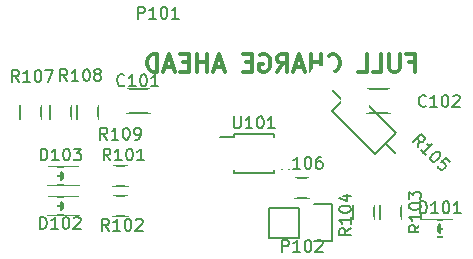
<source format=gbr>
G04 #@! TF.FileFunction,Legend,Top*
%FSLAX46Y46*%
G04 Gerber Fmt 4.6, Leading zero omitted, Abs format (unit mm)*
G04 Created by KiCad (PCBNEW 4.0.2-4+6225~38~ubuntu14.04.1-stable) date Sat 05 Mar 2016 02:02:49 PM PST*
%MOMM*%
G01*
G04 APERTURE LIST*
%ADD10C,0.100000*%
%ADD11C,0.304800*%
%ADD12C,0.150000*%
%ADD13R,1.800000X2.000000*%
%ADD14R,0.800000X1.750000*%
%ADD15R,2.300000X2.300000*%
%ADD16C,2.000000*%
%ADD17R,2.400000X2.000000*%
%ADD18R,1.598880X1.598880*%
%ADD19R,1.900000X1.700000*%
%ADD20R,1.700000X1.900000*%
%ADD21R,1.800000X0.700000*%
%ADD22R,2.432000X2.432000*%
%ADD23O,2.432000X2.432000*%
%ADD24R,1.900000X1.900000*%
%ADD25O,1.900000X1.900000*%
%ADD26C,2.398980*%
G04 APERTURE END LIST*
D10*
D11*
X170455614Y-84355857D02*
X170955614Y-84355857D01*
X170955614Y-85141571D02*
X170955614Y-83641571D01*
X170241328Y-83641571D01*
X169669900Y-83641571D02*
X169669900Y-84855857D01*
X169598472Y-84998714D01*
X169527043Y-85070143D01*
X169384186Y-85141571D01*
X169098472Y-85141571D01*
X168955614Y-85070143D01*
X168884186Y-84998714D01*
X168812757Y-84855857D01*
X168812757Y-83641571D01*
X167384185Y-85141571D02*
X168098471Y-85141571D01*
X168098471Y-83641571D01*
X166169899Y-85141571D02*
X166884185Y-85141571D01*
X166884185Y-83641571D01*
X163669899Y-84998714D02*
X163741328Y-85070143D01*
X163955614Y-85141571D01*
X164098471Y-85141571D01*
X164312756Y-85070143D01*
X164455614Y-84927286D01*
X164527042Y-84784429D01*
X164598471Y-84498714D01*
X164598471Y-84284429D01*
X164527042Y-83998714D01*
X164455614Y-83855857D01*
X164312756Y-83713000D01*
X164098471Y-83641571D01*
X163955614Y-83641571D01*
X163741328Y-83713000D01*
X163669899Y-83784429D01*
X163027042Y-85141571D02*
X163027042Y-83641571D01*
X163027042Y-84355857D02*
X162169899Y-84355857D01*
X162169899Y-85141571D02*
X162169899Y-83641571D01*
X161527042Y-84713000D02*
X160812756Y-84713000D01*
X161669899Y-85141571D02*
X161169899Y-83641571D01*
X160669899Y-85141571D01*
X159312756Y-85141571D02*
X159812756Y-84427286D01*
X160169899Y-85141571D02*
X160169899Y-83641571D01*
X159598471Y-83641571D01*
X159455613Y-83713000D01*
X159384185Y-83784429D01*
X159312756Y-83927286D01*
X159312756Y-84141571D01*
X159384185Y-84284429D01*
X159455613Y-84355857D01*
X159598471Y-84427286D01*
X160169899Y-84427286D01*
X157884185Y-83713000D02*
X158027042Y-83641571D01*
X158241328Y-83641571D01*
X158455613Y-83713000D01*
X158598471Y-83855857D01*
X158669899Y-83998714D01*
X158741328Y-84284429D01*
X158741328Y-84498714D01*
X158669899Y-84784429D01*
X158598471Y-84927286D01*
X158455613Y-85070143D01*
X158241328Y-85141571D01*
X158098471Y-85141571D01*
X157884185Y-85070143D01*
X157812756Y-84998714D01*
X157812756Y-84498714D01*
X158098471Y-84498714D01*
X157169899Y-84355857D02*
X156669899Y-84355857D01*
X156455613Y-85141571D02*
X157169899Y-85141571D01*
X157169899Y-83641571D01*
X156455613Y-83641571D01*
X154741328Y-84713000D02*
X154027042Y-84713000D01*
X154884185Y-85141571D02*
X154384185Y-83641571D01*
X153884185Y-85141571D01*
X153384185Y-85141571D02*
X153384185Y-83641571D01*
X153384185Y-84355857D02*
X152527042Y-84355857D01*
X152527042Y-85141571D02*
X152527042Y-83641571D01*
X151812756Y-84355857D02*
X151312756Y-84355857D01*
X151098470Y-85141571D02*
X151812756Y-85141571D01*
X151812756Y-83641571D01*
X151098470Y-83641571D01*
X150527042Y-84713000D02*
X149812756Y-84713000D01*
X150669899Y-85141571D02*
X150169899Y-83641571D01*
X149669899Y-85141571D01*
X149169899Y-85141571D02*
X149169899Y-83641571D01*
X148812756Y-83641571D01*
X148598471Y-83713000D01*
X148455613Y-83855857D01*
X148384185Y-83998714D01*
X148312756Y-84284429D01*
X148312756Y-84498714D01*
X148384185Y-84784429D01*
X148455613Y-84927286D01*
X148598471Y-85070143D01*
X148812756Y-85141571D01*
X149169899Y-85141571D01*
D12*
X148574000Y-86605000D02*
X146574000Y-86605000D01*
X146574000Y-88655000D02*
X148574000Y-88655000D01*
X166894000Y-88655000D02*
X168894000Y-88655000D01*
X168894000Y-86605000D02*
X166894000Y-86605000D01*
X171501000Y-99175000D02*
X174201000Y-99175000D01*
X171501000Y-97675000D02*
X174201000Y-97675000D01*
X173001000Y-98575000D02*
X173001000Y-98325000D01*
X173001000Y-98325000D02*
X172851000Y-98475000D01*
X172751000Y-98075000D02*
X172751000Y-98775000D01*
X173101000Y-98425000D02*
X173451000Y-98425000D01*
X172751000Y-98425000D02*
X173101000Y-98075000D01*
X173101000Y-98075000D02*
X173101000Y-98775000D01*
X173101000Y-98775000D02*
X172751000Y-98425000D01*
X142570000Y-95770000D02*
X139870000Y-95770000D01*
X142570000Y-97270000D02*
X139870000Y-97270000D01*
X141070000Y-96370000D02*
X141070000Y-96620000D01*
X141070000Y-96620000D02*
X141220000Y-96470000D01*
X141320000Y-96870000D02*
X141320000Y-96170000D01*
X140970000Y-96520000D02*
X140620000Y-96520000D01*
X141320000Y-96520000D02*
X140970000Y-96870000D01*
X140970000Y-96870000D02*
X140970000Y-96170000D01*
X140970000Y-96170000D02*
X141320000Y-96520000D01*
X142570000Y-93230000D02*
X139870000Y-93230000D01*
X142570000Y-94730000D02*
X139870000Y-94730000D01*
X141070000Y-93830000D02*
X141070000Y-94080000D01*
X141070000Y-94080000D02*
X141220000Y-93930000D01*
X141320000Y-94330000D02*
X141320000Y-93630000D01*
X140970000Y-93980000D02*
X140620000Y-93980000D01*
X141320000Y-93980000D02*
X140970000Y-94330000D01*
X140970000Y-94330000D02*
X140970000Y-93630000D01*
X140970000Y-93630000D02*
X141320000Y-93980000D01*
X145450000Y-93105000D02*
X146650000Y-93105000D01*
X146650000Y-94855000D02*
X145450000Y-94855000D01*
X145450000Y-95645000D02*
X146650000Y-95645000D01*
X146650000Y-97395000D02*
X145450000Y-97395000D01*
X168035000Y-97628000D02*
X168035000Y-96428000D01*
X169785000Y-96428000D02*
X169785000Y-97628000D01*
X165749000Y-97628000D02*
X165749000Y-96428000D01*
X167499000Y-96428000D02*
X167499000Y-97628000D01*
X162017000Y-95871000D02*
X160817000Y-95871000D01*
X160817000Y-94121000D02*
X162017000Y-94121000D01*
X139305000Y-87919000D02*
X139305000Y-89119000D01*
X137555000Y-89119000D02*
X137555000Y-87919000D01*
X141845000Y-87919000D02*
X141845000Y-89119000D01*
X140095000Y-89119000D02*
X140095000Y-87919000D01*
X144131000Y-87919000D02*
X144131000Y-89119000D01*
X142381000Y-89119000D02*
X142381000Y-87919000D01*
X155678000Y-90400000D02*
X155678000Y-90700000D01*
X159028000Y-90400000D02*
X159028000Y-90700000D01*
X159028000Y-93750000D02*
X159028000Y-93450000D01*
X155678000Y-93750000D02*
X155678000Y-93450000D01*
X155678000Y-90400000D02*
X159028000Y-90400000D01*
X155678000Y-93750000D02*
X159028000Y-93750000D01*
X155678000Y-90700000D02*
X154453000Y-90700000D01*
X161163000Y-99187000D02*
X158623000Y-99187000D01*
X163983000Y-99467000D02*
X162433000Y-99467000D01*
X161163000Y-99187000D02*
X161163000Y-96647000D01*
X162433000Y-96367000D02*
X163983000Y-96367000D01*
X163983000Y-96367000D02*
X163983000Y-99467000D01*
X161163000Y-96647000D02*
X158623000Y-96647000D01*
X158623000Y-96647000D02*
X158623000Y-99187000D01*
X165767577Y-86707226D02*
X169359679Y-90299328D01*
X169359679Y-90299328D02*
X167563628Y-92095379D01*
X167563628Y-92095379D02*
X163971526Y-88503277D01*
X163971526Y-88503277D02*
X165767577Y-86707226D01*
X164869551Y-87605251D02*
X163971526Y-86707226D01*
X168461654Y-91197354D02*
X169359679Y-92095379D01*
X147540024Y-80648181D02*
X147540024Y-79648181D01*
X147920977Y-79648181D01*
X148016215Y-79695800D01*
X148063834Y-79743419D01*
X148111453Y-79838657D01*
X148111453Y-79981514D01*
X148063834Y-80076752D01*
X148016215Y-80124371D01*
X147920977Y-80171990D01*
X147540024Y-80171990D01*
X149063834Y-80648181D02*
X148492405Y-80648181D01*
X148778119Y-80648181D02*
X148778119Y-79648181D01*
X148682881Y-79791038D01*
X148587643Y-79886276D01*
X148492405Y-79933895D01*
X149682881Y-79648181D02*
X149778120Y-79648181D01*
X149873358Y-79695800D01*
X149920977Y-79743419D01*
X149968596Y-79838657D01*
X150016215Y-80029133D01*
X150016215Y-80267229D01*
X149968596Y-80457705D01*
X149920977Y-80552943D01*
X149873358Y-80600562D01*
X149778120Y-80648181D01*
X149682881Y-80648181D01*
X149587643Y-80600562D01*
X149540024Y-80552943D01*
X149492405Y-80457705D01*
X149444786Y-80267229D01*
X149444786Y-80029133D01*
X149492405Y-79838657D01*
X149540024Y-79743419D01*
X149587643Y-79695800D01*
X149682881Y-79648181D01*
X150968596Y-80648181D02*
X150397167Y-80648181D01*
X150682881Y-80648181D02*
X150682881Y-79648181D01*
X150587643Y-79791038D01*
X150492405Y-79886276D01*
X150397167Y-79933895D01*
X146384253Y-86267943D02*
X146336634Y-86315562D01*
X146193777Y-86363181D01*
X146098539Y-86363181D01*
X145955681Y-86315562D01*
X145860443Y-86220324D01*
X145812824Y-86125086D01*
X145765205Y-85934610D01*
X145765205Y-85791752D01*
X145812824Y-85601276D01*
X145860443Y-85506038D01*
X145955681Y-85410800D01*
X146098539Y-85363181D01*
X146193777Y-85363181D01*
X146336634Y-85410800D01*
X146384253Y-85458419D01*
X147336634Y-86363181D02*
X146765205Y-86363181D01*
X147050919Y-86363181D02*
X147050919Y-85363181D01*
X146955681Y-85506038D01*
X146860443Y-85601276D01*
X146765205Y-85648895D01*
X147955681Y-85363181D02*
X148050920Y-85363181D01*
X148146158Y-85410800D01*
X148193777Y-85458419D01*
X148241396Y-85553657D01*
X148289015Y-85744133D01*
X148289015Y-85982229D01*
X148241396Y-86172705D01*
X148193777Y-86267943D01*
X148146158Y-86315562D01*
X148050920Y-86363181D01*
X147955681Y-86363181D01*
X147860443Y-86315562D01*
X147812824Y-86267943D01*
X147765205Y-86172705D01*
X147717586Y-85982229D01*
X147717586Y-85744133D01*
X147765205Y-85553657D01*
X147812824Y-85458419D01*
X147860443Y-85410800D01*
X147955681Y-85363181D01*
X149241396Y-86363181D02*
X148669967Y-86363181D01*
X148955681Y-86363181D02*
X148955681Y-85363181D01*
X148860443Y-85506038D01*
X148765205Y-85601276D01*
X148669967Y-85648895D01*
X171911253Y-88020543D02*
X171863634Y-88068162D01*
X171720777Y-88115781D01*
X171625539Y-88115781D01*
X171482681Y-88068162D01*
X171387443Y-87972924D01*
X171339824Y-87877686D01*
X171292205Y-87687210D01*
X171292205Y-87544352D01*
X171339824Y-87353876D01*
X171387443Y-87258638D01*
X171482681Y-87163400D01*
X171625539Y-87115781D01*
X171720777Y-87115781D01*
X171863634Y-87163400D01*
X171911253Y-87211019D01*
X172863634Y-88115781D02*
X172292205Y-88115781D01*
X172577919Y-88115781D02*
X172577919Y-87115781D01*
X172482681Y-87258638D01*
X172387443Y-87353876D01*
X172292205Y-87401495D01*
X173482681Y-87115781D02*
X173577920Y-87115781D01*
X173673158Y-87163400D01*
X173720777Y-87211019D01*
X173768396Y-87306257D01*
X173816015Y-87496733D01*
X173816015Y-87734829D01*
X173768396Y-87925305D01*
X173720777Y-88020543D01*
X173673158Y-88068162D01*
X173577920Y-88115781D01*
X173482681Y-88115781D01*
X173387443Y-88068162D01*
X173339824Y-88020543D01*
X173292205Y-87925305D01*
X173244586Y-87734829D01*
X173244586Y-87496733D01*
X173292205Y-87306257D01*
X173339824Y-87211019D01*
X173387443Y-87163400D01*
X173482681Y-87115781D01*
X174196967Y-87211019D02*
X174244586Y-87163400D01*
X174339824Y-87115781D01*
X174577920Y-87115781D01*
X174673158Y-87163400D01*
X174720777Y-87211019D01*
X174768396Y-87306257D01*
X174768396Y-87401495D01*
X174720777Y-87544352D01*
X174149348Y-88115781D01*
X174768396Y-88115781D01*
X171410524Y-97127381D02*
X171410524Y-96127381D01*
X171648619Y-96127381D01*
X171791477Y-96175000D01*
X171886715Y-96270238D01*
X171934334Y-96365476D01*
X171981953Y-96555952D01*
X171981953Y-96698810D01*
X171934334Y-96889286D01*
X171886715Y-96984524D01*
X171791477Y-97079762D01*
X171648619Y-97127381D01*
X171410524Y-97127381D01*
X172934334Y-97127381D02*
X172362905Y-97127381D01*
X172648619Y-97127381D02*
X172648619Y-96127381D01*
X172553381Y-96270238D01*
X172458143Y-96365476D01*
X172362905Y-96413095D01*
X173553381Y-96127381D02*
X173648620Y-96127381D01*
X173743858Y-96175000D01*
X173791477Y-96222619D01*
X173839096Y-96317857D01*
X173886715Y-96508333D01*
X173886715Y-96746429D01*
X173839096Y-96936905D01*
X173791477Y-97032143D01*
X173743858Y-97079762D01*
X173648620Y-97127381D01*
X173553381Y-97127381D01*
X173458143Y-97079762D01*
X173410524Y-97032143D01*
X173362905Y-96936905D01*
X173315286Y-96746429D01*
X173315286Y-96508333D01*
X173362905Y-96317857D01*
X173410524Y-96222619D01*
X173458143Y-96175000D01*
X173553381Y-96127381D01*
X174839096Y-97127381D02*
X174267667Y-97127381D01*
X174553381Y-97127381D02*
X174553381Y-96127381D01*
X174458143Y-96270238D01*
X174362905Y-96365476D01*
X174267667Y-96413095D01*
X139234224Y-98453581D02*
X139234224Y-97453581D01*
X139472319Y-97453581D01*
X139615177Y-97501200D01*
X139710415Y-97596438D01*
X139758034Y-97691676D01*
X139805653Y-97882152D01*
X139805653Y-98025010D01*
X139758034Y-98215486D01*
X139710415Y-98310724D01*
X139615177Y-98405962D01*
X139472319Y-98453581D01*
X139234224Y-98453581D01*
X140758034Y-98453581D02*
X140186605Y-98453581D01*
X140472319Y-98453581D02*
X140472319Y-97453581D01*
X140377081Y-97596438D01*
X140281843Y-97691676D01*
X140186605Y-97739295D01*
X141377081Y-97453581D02*
X141472320Y-97453581D01*
X141567558Y-97501200D01*
X141615177Y-97548819D01*
X141662796Y-97644057D01*
X141710415Y-97834533D01*
X141710415Y-98072629D01*
X141662796Y-98263105D01*
X141615177Y-98358343D01*
X141567558Y-98405962D01*
X141472320Y-98453581D01*
X141377081Y-98453581D01*
X141281843Y-98405962D01*
X141234224Y-98358343D01*
X141186605Y-98263105D01*
X141138986Y-98072629D01*
X141138986Y-97834533D01*
X141186605Y-97644057D01*
X141234224Y-97548819D01*
X141281843Y-97501200D01*
X141377081Y-97453581D01*
X142091367Y-97548819D02*
X142138986Y-97501200D01*
X142234224Y-97453581D01*
X142472320Y-97453581D01*
X142567558Y-97501200D01*
X142615177Y-97548819D01*
X142662796Y-97644057D01*
X142662796Y-97739295D01*
X142615177Y-97882152D01*
X142043748Y-98453581D01*
X142662796Y-98453581D01*
X139279524Y-92654381D02*
X139279524Y-91654381D01*
X139517619Y-91654381D01*
X139660477Y-91702000D01*
X139755715Y-91797238D01*
X139803334Y-91892476D01*
X139850953Y-92082952D01*
X139850953Y-92225810D01*
X139803334Y-92416286D01*
X139755715Y-92511524D01*
X139660477Y-92606762D01*
X139517619Y-92654381D01*
X139279524Y-92654381D01*
X140803334Y-92654381D02*
X140231905Y-92654381D01*
X140517619Y-92654381D02*
X140517619Y-91654381D01*
X140422381Y-91797238D01*
X140327143Y-91892476D01*
X140231905Y-91940095D01*
X141422381Y-91654381D02*
X141517620Y-91654381D01*
X141612858Y-91702000D01*
X141660477Y-91749619D01*
X141708096Y-91844857D01*
X141755715Y-92035333D01*
X141755715Y-92273429D01*
X141708096Y-92463905D01*
X141660477Y-92559143D01*
X141612858Y-92606762D01*
X141517620Y-92654381D01*
X141422381Y-92654381D01*
X141327143Y-92606762D01*
X141279524Y-92559143D01*
X141231905Y-92463905D01*
X141184286Y-92273429D01*
X141184286Y-92035333D01*
X141231905Y-91844857D01*
X141279524Y-91749619D01*
X141327143Y-91702000D01*
X141422381Y-91654381D01*
X142089048Y-91654381D02*
X142708096Y-91654381D01*
X142374762Y-92035333D01*
X142517620Y-92035333D01*
X142612858Y-92082952D01*
X142660477Y-92130571D01*
X142708096Y-92225810D01*
X142708096Y-92463905D01*
X142660477Y-92559143D01*
X142612858Y-92606762D01*
X142517620Y-92654381D01*
X142231905Y-92654381D01*
X142136667Y-92606762D01*
X142089048Y-92559143D01*
X145184953Y-92654381D02*
X144851619Y-92178190D01*
X144613524Y-92654381D02*
X144613524Y-91654381D01*
X144994477Y-91654381D01*
X145089715Y-91702000D01*
X145137334Y-91749619D01*
X145184953Y-91844857D01*
X145184953Y-91987714D01*
X145137334Y-92082952D01*
X145089715Y-92130571D01*
X144994477Y-92178190D01*
X144613524Y-92178190D01*
X146137334Y-92654381D02*
X145565905Y-92654381D01*
X145851619Y-92654381D02*
X145851619Y-91654381D01*
X145756381Y-91797238D01*
X145661143Y-91892476D01*
X145565905Y-91940095D01*
X146756381Y-91654381D02*
X146851620Y-91654381D01*
X146946858Y-91702000D01*
X146994477Y-91749619D01*
X147042096Y-91844857D01*
X147089715Y-92035333D01*
X147089715Y-92273429D01*
X147042096Y-92463905D01*
X146994477Y-92559143D01*
X146946858Y-92606762D01*
X146851620Y-92654381D01*
X146756381Y-92654381D01*
X146661143Y-92606762D01*
X146613524Y-92559143D01*
X146565905Y-92463905D01*
X146518286Y-92273429D01*
X146518286Y-92035333D01*
X146565905Y-91844857D01*
X146613524Y-91749619D01*
X146661143Y-91702000D01*
X146756381Y-91654381D01*
X148042096Y-92654381D02*
X147470667Y-92654381D01*
X147756381Y-92654381D02*
X147756381Y-91654381D01*
X147661143Y-91797238D01*
X147565905Y-91892476D01*
X147470667Y-91940095D01*
X145063453Y-98605981D02*
X144730119Y-98129790D01*
X144492024Y-98605981D02*
X144492024Y-97605981D01*
X144872977Y-97605981D01*
X144968215Y-97653600D01*
X145015834Y-97701219D01*
X145063453Y-97796457D01*
X145063453Y-97939314D01*
X145015834Y-98034552D01*
X144968215Y-98082171D01*
X144872977Y-98129790D01*
X144492024Y-98129790D01*
X146015834Y-98605981D02*
X145444405Y-98605981D01*
X145730119Y-98605981D02*
X145730119Y-97605981D01*
X145634881Y-97748838D01*
X145539643Y-97844076D01*
X145444405Y-97891695D01*
X146634881Y-97605981D02*
X146730120Y-97605981D01*
X146825358Y-97653600D01*
X146872977Y-97701219D01*
X146920596Y-97796457D01*
X146968215Y-97986933D01*
X146968215Y-98225029D01*
X146920596Y-98415505D01*
X146872977Y-98510743D01*
X146825358Y-98558362D01*
X146730120Y-98605981D01*
X146634881Y-98605981D01*
X146539643Y-98558362D01*
X146492024Y-98510743D01*
X146444405Y-98415505D01*
X146396786Y-98225029D01*
X146396786Y-97986933D01*
X146444405Y-97796457D01*
X146492024Y-97701219D01*
X146539643Y-97653600D01*
X146634881Y-97605981D01*
X147349167Y-97701219D02*
X147396786Y-97653600D01*
X147492024Y-97605981D01*
X147730120Y-97605981D01*
X147825358Y-97653600D01*
X147872977Y-97701219D01*
X147920596Y-97796457D01*
X147920596Y-97891695D01*
X147872977Y-98034552D01*
X147301548Y-98605981D01*
X147920596Y-98605981D01*
X171462381Y-98147047D02*
X170986190Y-98480381D01*
X171462381Y-98718476D02*
X170462381Y-98718476D01*
X170462381Y-98337523D01*
X170510000Y-98242285D01*
X170557619Y-98194666D01*
X170652857Y-98147047D01*
X170795714Y-98147047D01*
X170890952Y-98194666D01*
X170938571Y-98242285D01*
X170986190Y-98337523D01*
X170986190Y-98718476D01*
X171462381Y-97194666D02*
X171462381Y-97766095D01*
X171462381Y-97480381D02*
X170462381Y-97480381D01*
X170605238Y-97575619D01*
X170700476Y-97670857D01*
X170748095Y-97766095D01*
X170462381Y-96575619D02*
X170462381Y-96480380D01*
X170510000Y-96385142D01*
X170557619Y-96337523D01*
X170652857Y-96289904D01*
X170843333Y-96242285D01*
X171081429Y-96242285D01*
X171271905Y-96289904D01*
X171367143Y-96337523D01*
X171414762Y-96385142D01*
X171462381Y-96480380D01*
X171462381Y-96575619D01*
X171414762Y-96670857D01*
X171367143Y-96718476D01*
X171271905Y-96766095D01*
X171081429Y-96813714D01*
X170843333Y-96813714D01*
X170652857Y-96766095D01*
X170557619Y-96718476D01*
X170510000Y-96670857D01*
X170462381Y-96575619D01*
X170462381Y-95908952D02*
X170462381Y-95289904D01*
X170843333Y-95623238D01*
X170843333Y-95480380D01*
X170890952Y-95385142D01*
X170938571Y-95337523D01*
X171033810Y-95289904D01*
X171271905Y-95289904D01*
X171367143Y-95337523D01*
X171414762Y-95385142D01*
X171462381Y-95480380D01*
X171462381Y-95766095D01*
X171414762Y-95861333D01*
X171367143Y-95908952D01*
X165552381Y-98401047D02*
X165076190Y-98734381D01*
X165552381Y-98972476D02*
X164552381Y-98972476D01*
X164552381Y-98591523D01*
X164600000Y-98496285D01*
X164647619Y-98448666D01*
X164742857Y-98401047D01*
X164885714Y-98401047D01*
X164980952Y-98448666D01*
X165028571Y-98496285D01*
X165076190Y-98591523D01*
X165076190Y-98972476D01*
X165552381Y-97448666D02*
X165552381Y-98020095D01*
X165552381Y-97734381D02*
X164552381Y-97734381D01*
X164695238Y-97829619D01*
X164790476Y-97924857D01*
X164838095Y-98020095D01*
X164552381Y-96829619D02*
X164552381Y-96734380D01*
X164600000Y-96639142D01*
X164647619Y-96591523D01*
X164742857Y-96543904D01*
X164933333Y-96496285D01*
X165171429Y-96496285D01*
X165361905Y-96543904D01*
X165457143Y-96591523D01*
X165504762Y-96639142D01*
X165552381Y-96734380D01*
X165552381Y-96829619D01*
X165504762Y-96924857D01*
X165457143Y-96972476D01*
X165361905Y-97020095D01*
X165171429Y-97067714D01*
X164933333Y-97067714D01*
X164742857Y-97020095D01*
X164647619Y-96972476D01*
X164600000Y-96924857D01*
X164552381Y-96829619D01*
X164885714Y-95639142D02*
X165552381Y-95639142D01*
X164504762Y-95877238D02*
X165219048Y-96115333D01*
X165219048Y-95496285D01*
X160297953Y-93348381D02*
X159964619Y-92872190D01*
X159726524Y-93348381D02*
X159726524Y-92348381D01*
X160107477Y-92348381D01*
X160202715Y-92396000D01*
X160250334Y-92443619D01*
X160297953Y-92538857D01*
X160297953Y-92681714D01*
X160250334Y-92776952D01*
X160202715Y-92824571D01*
X160107477Y-92872190D01*
X159726524Y-92872190D01*
X161250334Y-93348381D02*
X160678905Y-93348381D01*
X160964619Y-93348381D02*
X160964619Y-92348381D01*
X160869381Y-92491238D01*
X160774143Y-92586476D01*
X160678905Y-92634095D01*
X161869381Y-92348381D02*
X161964620Y-92348381D01*
X162059858Y-92396000D01*
X162107477Y-92443619D01*
X162155096Y-92538857D01*
X162202715Y-92729333D01*
X162202715Y-92967429D01*
X162155096Y-93157905D01*
X162107477Y-93253143D01*
X162059858Y-93300762D01*
X161964620Y-93348381D01*
X161869381Y-93348381D01*
X161774143Y-93300762D01*
X161726524Y-93253143D01*
X161678905Y-93157905D01*
X161631286Y-92967429D01*
X161631286Y-92729333D01*
X161678905Y-92538857D01*
X161726524Y-92443619D01*
X161774143Y-92396000D01*
X161869381Y-92348381D01*
X163059858Y-92348381D02*
X162869381Y-92348381D01*
X162774143Y-92396000D01*
X162726524Y-92443619D01*
X162631286Y-92586476D01*
X162583667Y-92776952D01*
X162583667Y-93157905D01*
X162631286Y-93253143D01*
X162678905Y-93300762D01*
X162774143Y-93348381D01*
X162964620Y-93348381D01*
X163059858Y-93300762D01*
X163107477Y-93253143D01*
X163155096Y-93157905D01*
X163155096Y-92919810D01*
X163107477Y-92824571D01*
X163059858Y-92776952D01*
X162964620Y-92729333D01*
X162774143Y-92729333D01*
X162678905Y-92776952D01*
X162631286Y-92824571D01*
X162583667Y-92919810D01*
X137443453Y-86007581D02*
X137110119Y-85531390D01*
X136872024Y-86007581D02*
X136872024Y-85007581D01*
X137252977Y-85007581D01*
X137348215Y-85055200D01*
X137395834Y-85102819D01*
X137443453Y-85198057D01*
X137443453Y-85340914D01*
X137395834Y-85436152D01*
X137348215Y-85483771D01*
X137252977Y-85531390D01*
X136872024Y-85531390D01*
X138395834Y-86007581D02*
X137824405Y-86007581D01*
X138110119Y-86007581D02*
X138110119Y-85007581D01*
X138014881Y-85150438D01*
X137919643Y-85245676D01*
X137824405Y-85293295D01*
X139014881Y-85007581D02*
X139110120Y-85007581D01*
X139205358Y-85055200D01*
X139252977Y-85102819D01*
X139300596Y-85198057D01*
X139348215Y-85388533D01*
X139348215Y-85626629D01*
X139300596Y-85817105D01*
X139252977Y-85912343D01*
X139205358Y-85959962D01*
X139110120Y-86007581D01*
X139014881Y-86007581D01*
X138919643Y-85959962D01*
X138872024Y-85912343D01*
X138824405Y-85817105D01*
X138776786Y-85626629D01*
X138776786Y-85388533D01*
X138824405Y-85198057D01*
X138872024Y-85102819D01*
X138919643Y-85055200D01*
X139014881Y-85007581D01*
X139681548Y-85007581D02*
X140348215Y-85007581D01*
X139919643Y-86007581D01*
X141532853Y-85931381D02*
X141199519Y-85455190D01*
X140961424Y-85931381D02*
X140961424Y-84931381D01*
X141342377Y-84931381D01*
X141437615Y-84979000D01*
X141485234Y-85026619D01*
X141532853Y-85121857D01*
X141532853Y-85264714D01*
X141485234Y-85359952D01*
X141437615Y-85407571D01*
X141342377Y-85455190D01*
X140961424Y-85455190D01*
X142485234Y-85931381D02*
X141913805Y-85931381D01*
X142199519Y-85931381D02*
X142199519Y-84931381D01*
X142104281Y-85074238D01*
X142009043Y-85169476D01*
X141913805Y-85217095D01*
X143104281Y-84931381D02*
X143199520Y-84931381D01*
X143294758Y-84979000D01*
X143342377Y-85026619D01*
X143389996Y-85121857D01*
X143437615Y-85312333D01*
X143437615Y-85550429D01*
X143389996Y-85740905D01*
X143342377Y-85836143D01*
X143294758Y-85883762D01*
X143199520Y-85931381D01*
X143104281Y-85931381D01*
X143009043Y-85883762D01*
X142961424Y-85836143D01*
X142913805Y-85740905D01*
X142866186Y-85550429D01*
X142866186Y-85312333D01*
X142913805Y-85121857D01*
X142961424Y-85026619D01*
X143009043Y-84979000D01*
X143104281Y-84931381D01*
X144009043Y-85359952D02*
X143913805Y-85312333D01*
X143866186Y-85264714D01*
X143818567Y-85169476D01*
X143818567Y-85121857D01*
X143866186Y-85026619D01*
X143913805Y-84979000D01*
X144009043Y-84931381D01*
X144199520Y-84931381D01*
X144294758Y-84979000D01*
X144342377Y-85026619D01*
X144389996Y-85121857D01*
X144389996Y-85169476D01*
X144342377Y-85264714D01*
X144294758Y-85312333D01*
X144199520Y-85359952D01*
X144009043Y-85359952D01*
X143913805Y-85407571D01*
X143866186Y-85455190D01*
X143818567Y-85550429D01*
X143818567Y-85740905D01*
X143866186Y-85836143D01*
X143913805Y-85883762D01*
X144009043Y-85931381D01*
X144199520Y-85931381D01*
X144294758Y-85883762D01*
X144342377Y-85836143D01*
X144389996Y-85740905D01*
X144389996Y-85550429D01*
X144342377Y-85455190D01*
X144294758Y-85407571D01*
X144199520Y-85359952D01*
X144911053Y-90884381D02*
X144577719Y-90408190D01*
X144339624Y-90884381D02*
X144339624Y-89884381D01*
X144720577Y-89884381D01*
X144815815Y-89932000D01*
X144863434Y-89979619D01*
X144911053Y-90074857D01*
X144911053Y-90217714D01*
X144863434Y-90312952D01*
X144815815Y-90360571D01*
X144720577Y-90408190D01*
X144339624Y-90408190D01*
X145863434Y-90884381D02*
X145292005Y-90884381D01*
X145577719Y-90884381D02*
X145577719Y-89884381D01*
X145482481Y-90027238D01*
X145387243Y-90122476D01*
X145292005Y-90170095D01*
X146482481Y-89884381D02*
X146577720Y-89884381D01*
X146672958Y-89932000D01*
X146720577Y-89979619D01*
X146768196Y-90074857D01*
X146815815Y-90265333D01*
X146815815Y-90503429D01*
X146768196Y-90693905D01*
X146720577Y-90789143D01*
X146672958Y-90836762D01*
X146577720Y-90884381D01*
X146482481Y-90884381D01*
X146387243Y-90836762D01*
X146339624Y-90789143D01*
X146292005Y-90693905D01*
X146244386Y-90503429D01*
X146244386Y-90265333D01*
X146292005Y-90074857D01*
X146339624Y-89979619D01*
X146387243Y-89932000D01*
X146482481Y-89884381D01*
X147292005Y-90884381D02*
X147482481Y-90884381D01*
X147577720Y-90836762D01*
X147625339Y-90789143D01*
X147720577Y-90646286D01*
X147768196Y-90455810D01*
X147768196Y-90074857D01*
X147720577Y-89979619D01*
X147672958Y-89932000D01*
X147577720Y-89884381D01*
X147387243Y-89884381D01*
X147292005Y-89932000D01*
X147244386Y-89979619D01*
X147196767Y-90074857D01*
X147196767Y-90312952D01*
X147244386Y-90408190D01*
X147292005Y-90455810D01*
X147387243Y-90503429D01*
X147577720Y-90503429D01*
X147672958Y-90455810D01*
X147720577Y-90408190D01*
X147768196Y-90312952D01*
X155638714Y-88927381D02*
X155638714Y-89736905D01*
X155686333Y-89832143D01*
X155733952Y-89879762D01*
X155829190Y-89927381D01*
X156019667Y-89927381D01*
X156114905Y-89879762D01*
X156162524Y-89832143D01*
X156210143Y-89736905D01*
X156210143Y-88927381D01*
X157210143Y-89927381D02*
X156638714Y-89927381D01*
X156924428Y-89927381D02*
X156924428Y-88927381D01*
X156829190Y-89070238D01*
X156733952Y-89165476D01*
X156638714Y-89213095D01*
X157829190Y-88927381D02*
X157924429Y-88927381D01*
X158019667Y-88975000D01*
X158067286Y-89022619D01*
X158114905Y-89117857D01*
X158162524Y-89308333D01*
X158162524Y-89546429D01*
X158114905Y-89736905D01*
X158067286Y-89832143D01*
X158019667Y-89879762D01*
X157924429Y-89927381D01*
X157829190Y-89927381D01*
X157733952Y-89879762D01*
X157686333Y-89832143D01*
X157638714Y-89736905D01*
X157591095Y-89546429D01*
X157591095Y-89308333D01*
X157638714Y-89117857D01*
X157686333Y-89022619D01*
X157733952Y-88975000D01*
X157829190Y-88927381D01*
X159114905Y-89927381D02*
X158543476Y-89927381D01*
X158829190Y-89927381D02*
X158829190Y-88927381D01*
X158733952Y-89070238D01*
X158638714Y-89165476D01*
X158543476Y-89213095D01*
X159726524Y-100401381D02*
X159726524Y-99401381D01*
X160107477Y-99401381D01*
X160202715Y-99449000D01*
X160250334Y-99496619D01*
X160297953Y-99591857D01*
X160297953Y-99734714D01*
X160250334Y-99829952D01*
X160202715Y-99877571D01*
X160107477Y-99925190D01*
X159726524Y-99925190D01*
X161250334Y-100401381D02*
X160678905Y-100401381D01*
X160964619Y-100401381D02*
X160964619Y-99401381D01*
X160869381Y-99544238D01*
X160774143Y-99639476D01*
X160678905Y-99687095D01*
X161869381Y-99401381D02*
X161964620Y-99401381D01*
X162059858Y-99449000D01*
X162107477Y-99496619D01*
X162155096Y-99591857D01*
X162202715Y-99782333D01*
X162202715Y-100020429D01*
X162155096Y-100210905D01*
X162107477Y-100306143D01*
X162059858Y-100353762D01*
X161964620Y-100401381D01*
X161869381Y-100401381D01*
X161774143Y-100353762D01*
X161726524Y-100306143D01*
X161678905Y-100210905D01*
X161631286Y-100020429D01*
X161631286Y-99782333D01*
X161678905Y-99591857D01*
X161726524Y-99496619D01*
X161774143Y-99449000D01*
X161869381Y-99401381D01*
X162583667Y-99496619D02*
X162631286Y-99449000D01*
X162726524Y-99401381D01*
X162964620Y-99401381D01*
X163059858Y-99449000D01*
X163107477Y-99496619D01*
X163155096Y-99591857D01*
X163155096Y-99687095D01*
X163107477Y-99829952D01*
X162536048Y-100401381D01*
X163155096Y-100401381D01*
X171207932Y-91535396D02*
X171308947Y-90962975D01*
X170803870Y-91131335D02*
X171510977Y-90424228D01*
X171780352Y-90693602D01*
X171814023Y-90794617D01*
X171814023Y-90861961D01*
X171780352Y-90962976D01*
X171679336Y-91063991D01*
X171578321Y-91097663D01*
X171510978Y-91097663D01*
X171409963Y-91063991D01*
X171140588Y-90794617D01*
X171881367Y-92208831D02*
X171477305Y-91804770D01*
X171679336Y-92006800D02*
X172386442Y-91299693D01*
X172218084Y-91333365D01*
X172083397Y-91333365D01*
X171982382Y-91299693D01*
X173026206Y-91939457D02*
X173093550Y-92006801D01*
X173127222Y-92107816D01*
X173127222Y-92175159D01*
X173093550Y-92276174D01*
X172992535Y-92444533D01*
X172824175Y-92612892D01*
X172655817Y-92713907D01*
X172554802Y-92747579D01*
X172487458Y-92747579D01*
X172386443Y-92713907D01*
X172319099Y-92646563D01*
X172285427Y-92545548D01*
X172285427Y-92478205D01*
X172319099Y-92377190D01*
X172420114Y-92208831D01*
X172588473Y-92040472D01*
X172756832Y-91939457D01*
X172857847Y-91905785D01*
X172925191Y-91905785D01*
X173026206Y-91939457D01*
X173901672Y-92814923D02*
X173564954Y-92478205D01*
X173194565Y-92781250D01*
X173261909Y-92781250D01*
X173362924Y-92814922D01*
X173531283Y-92983281D01*
X173564955Y-93084296D01*
X173564955Y-93151640D01*
X173531282Y-93252656D01*
X173362924Y-93421014D01*
X173261909Y-93454686D01*
X173194565Y-93454686D01*
X173093550Y-93421014D01*
X172925191Y-93252655D01*
X172891519Y-93151640D01*
X172891519Y-93084296D01*
%LPC*%
D13*
X138786000Y-83476000D03*
D14*
X143286900Y-83701000D03*
X142636900Y-83701000D03*
X141986000Y-83701000D03*
X141336900Y-83701000D03*
X140686900Y-83701000D03*
D13*
X145186000Y-83476000D03*
D15*
X140786000Y-81026000D03*
X143186000Y-81026000D03*
D16*
X138686000Y-81026000D03*
X145286000Y-81026000D03*
D17*
X145574000Y-87630000D03*
X149574000Y-87630000D03*
X169894000Y-87630000D03*
X165894000Y-87630000D03*
D18*
X174150020Y-98425000D03*
X172051980Y-98425000D03*
X139920980Y-96520000D03*
X142019020Y-96520000D03*
X139920980Y-93980000D03*
X142019020Y-93980000D03*
D19*
X147400000Y-93980000D03*
X144700000Y-93980000D03*
X147400000Y-96520000D03*
X144700000Y-96520000D03*
D20*
X168910000Y-95678000D03*
X168910000Y-98378000D03*
X166624000Y-95678000D03*
X166624000Y-98378000D03*
D19*
X160067000Y-94996000D03*
X162767000Y-94996000D03*
D20*
X138430000Y-89869000D03*
X138430000Y-87169000D03*
X140970000Y-89869000D03*
X140970000Y-87169000D03*
X143256000Y-89869000D03*
X143256000Y-87169000D03*
D21*
X155153000Y-91075000D03*
X155153000Y-91575000D03*
X155153000Y-92075000D03*
X155153000Y-92575000D03*
X155153000Y-93075000D03*
X159553000Y-93075000D03*
X159553000Y-92575000D03*
X159553000Y-92075000D03*
X159553000Y-91575000D03*
X159553000Y-91075000D03*
D22*
X162433000Y-97917000D03*
D23*
X159893000Y-97917000D03*
D24*
X168813900Y-80907000D03*
D25*
X166813900Y-80907000D03*
D26*
X163073500Y-85809200D03*
X170257705Y-92993405D03*
M02*

</source>
